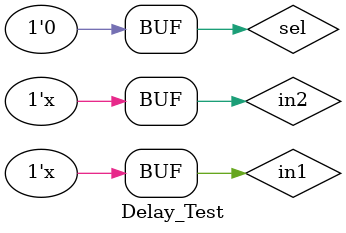
<source format=v>
module Delay_Test;
reg in1, in2, sel;
wire out1;
multi_gate_delay m1(.a(in1), .b(in2), .c(out1), .select(sel));

initial
begin
 in1 = 1;
 in2 = 0;
 sel = 0;
#10 sel = 1;
#10 in1 = 0;
    in2 = 1;
#10 sel = 0;
#10 in1 = 1'bx;
#10 in2 = 1'bx;
#10;
end

endmodule


</source>
